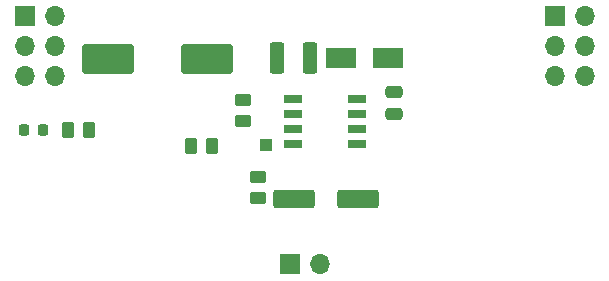
<source format=gts>
G04 #@! TF.GenerationSoftware,KiCad,Pcbnew,(6.0.2)*
G04 #@! TF.CreationDate,2022-07-27T12:55:18+02:00*
G04 #@! TF.ProjectId,DC-DC-Converter,44432d44-432d-4436-9f6e-766572746572,rev?*
G04 #@! TF.SameCoordinates,Original*
G04 #@! TF.FileFunction,Soldermask,Top*
G04 #@! TF.FilePolarity,Negative*
%FSLAX46Y46*%
G04 Gerber Fmt 4.6, Leading zero omitted, Abs format (unit mm)*
G04 Created by KiCad (PCBNEW (6.0.2)) date 2022-07-27 12:55:18*
%MOMM*%
%LPD*%
G01*
G04 APERTURE LIST*
G04 Aperture macros list*
%AMRoundRect*
0 Rectangle with rounded corners*
0 $1 Rounding radius*
0 $2 $3 $4 $5 $6 $7 $8 $9 X,Y pos of 4 corners*
0 Add a 4 corners polygon primitive as box body*
4,1,4,$2,$3,$4,$5,$6,$7,$8,$9,$2,$3,0*
0 Add four circle primitives for the rounded corners*
1,1,$1+$1,$2,$3*
1,1,$1+$1,$4,$5*
1,1,$1+$1,$6,$7*
1,1,$1+$1,$8,$9*
0 Add four rect primitives between the rounded corners*
20,1,$1+$1,$2,$3,$4,$5,0*
20,1,$1+$1,$4,$5,$6,$7,0*
20,1,$1+$1,$6,$7,$8,$9,0*
20,1,$1+$1,$8,$9,$2,$3,0*%
G04 Aperture macros list end*
%ADD10R,1.000000X1.000000*%
%ADD11O,1.700000X1.700000*%
%ADD12R,1.700000X1.700000*%
%ADD13RoundRect,0.250000X-0.262500X-0.450000X0.262500X-0.450000X0.262500X0.450000X-0.262500X0.450000X0*%
%ADD14RoundRect,0.250000X0.450000X-0.262500X0.450000X0.262500X-0.450000X0.262500X-0.450000X-0.262500X0*%
%ADD15RoundRect,0.250000X-0.375000X-1.075000X0.375000X-1.075000X0.375000X1.075000X-0.375000X1.075000X0*%
%ADD16R,1.525000X0.700000*%
%ADD17R,2.500000X1.800000*%
%ADD18RoundRect,0.218750X-0.218750X-0.256250X0.218750X-0.256250X0.218750X0.256250X-0.218750X0.256250X0*%
%ADD19RoundRect,0.250000X-1.500000X-0.550000X1.500000X-0.550000X1.500000X0.550000X-1.500000X0.550000X0*%
%ADD20RoundRect,0.250000X-1.950000X-1.000000X1.950000X-1.000000X1.950000X1.000000X-1.950000X1.000000X0*%
%ADD21RoundRect,0.250000X0.475000X-0.250000X0.475000X0.250000X-0.475000X0.250000X-0.475000X-0.250000X0*%
G04 APERTURE END LIST*
D10*
X80400000Y-130900000D03*
D11*
X107440000Y-125080000D03*
X104900000Y-125080000D03*
X107440000Y-122540000D03*
X104900000Y-122540000D03*
X107440000Y-120000000D03*
D12*
X104900000Y-120000000D03*
D11*
X62540000Y-125080000D03*
X60000000Y-125080000D03*
X62540000Y-122540000D03*
X60000000Y-122540000D03*
X62540000Y-120000000D03*
D12*
X60000000Y-120000000D03*
D13*
X75912500Y-131000000D03*
X74087500Y-131000000D03*
D14*
X79800000Y-133587500D03*
X79800000Y-135412500D03*
X78500000Y-127087500D03*
X78500000Y-128912500D03*
D13*
X65482500Y-129620000D03*
X63657500Y-129620000D03*
D15*
X84180000Y-123500000D03*
X81380000Y-123500000D03*
D11*
X84990000Y-141000000D03*
D12*
X82450000Y-141000000D03*
D16*
X82738000Y-130835000D03*
X82738000Y-129565000D03*
X82738000Y-128295000D03*
X82738000Y-127025000D03*
X88162000Y-127025000D03*
X88162000Y-128295000D03*
X88162000Y-129565000D03*
X88162000Y-130835000D03*
D17*
X90780000Y-123500000D03*
X86780000Y-123500000D03*
D18*
X61557500Y-129620000D03*
X59982500Y-129620000D03*
D19*
X88200000Y-135470000D03*
X82800000Y-135470000D03*
D20*
X75450000Y-123660000D03*
X67050000Y-123660000D03*
D21*
X91280000Y-126400000D03*
X91280000Y-128300000D03*
M02*

</source>
